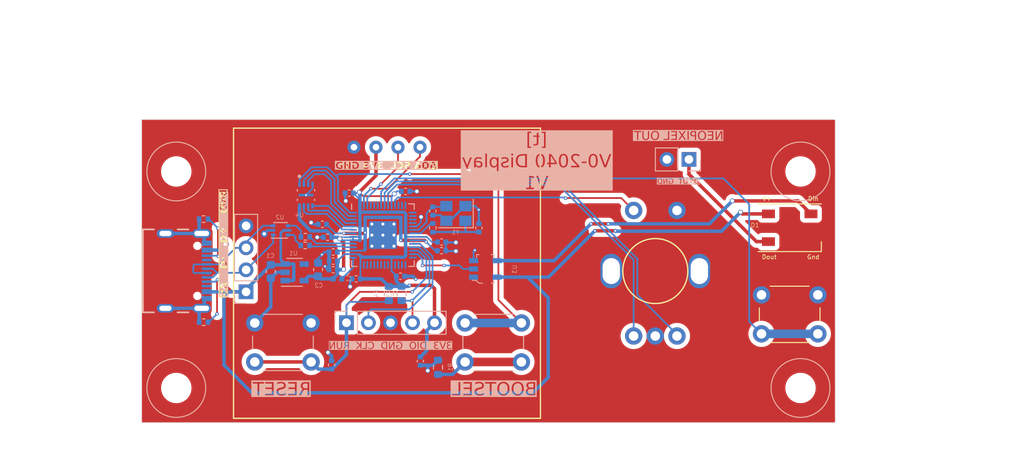
<source format=kicad_pcb>
(kicad_pcb (version 20221018) (generator pcbnew)
  (layers (0 "F.Cu" signal) (31 "B.Cu" signal) (34 "B.Paste" user) (35 "F.Paste" user) (36 "B.SilkS" user "B.Silkscreen") (37 "F.SilkS" user "F.Silkscreen") (38 "B.Mask" user) (39 "F.Mask" user) (44 "Edge.Cuts" user))
  (net 0 "")
  (net 1 "GND")
  (net 2 "VBUS")
  (net 3 "D+")
  (net 4 "D-")
  (net 5 "SDA")
  (net 6 "SCL")
  (net 7 "SWDCLK")
  (net 8 "SWDIO")
  (net 9 "Net-(D1-DOUT)")
  (net 10 "Kill_Switch")
  (net 11 "NeoPixel")
  (net 12 "Net-(D1-DIN)")
  (net 13 "OSC_IN")
  (net 14 "Net-(C4-Pad1)")
  (net 15 "Encoder_Switch")
  (net 16 "Encoder_B")
  (net 17 "Encoder_A")
  (net 18 "RUN")
  (net 19 "3.3V")
  (net 20 "AVDD")
  (net 22 "OSC_OUT")
  (net 23 "QSPI_SS")
  (net 24 "Net-(J4-CC2)")
  (net 25 "OUT_D+")
  (net 26 "OUT_D-")
  (net 27 "QSPI_SD2")
  (net 28 "QSPI_SD1")
  (net 29 "QSPI_SD3")
  (net 30 "QSPI_SCLK")
  (net 31 "QSPI_SD0")
  (net 32 "Net-(J4-CC1)")
  (net 34 "Net-(SW5-B)")
  (net 36 "1.1V")
  (net 61 "Net-(U5-USB_DP)")
  (net 62 "Net-(U5-USB_DM)")
  (footprint "Voron0 2040 display:MountingHole_3.2mm_M3" (layer "F.Cu") (at 161.17 80.65)
    (fp_text reference "H2" hide)
    (fp_text value "MountingHole" hide)
  )
  (footprint "Voron0 2040 display:MountingHole_3.2mm_M3" (layer "F.Cu") (at 161.17 55.65)
    (fp_text reference "H3" hide)
    (fp_text value "MountingHole" hide)
  )
  (footprint "Voron0 2040 display:LED_WS2812B_PLCC4_5.0x5.0mm_P3.2mm" (layer "F.Cu") (at 159.92 62.15)
    (fp_text reference "D1")
    (fp_text value "WS2812B" hide)
  )
  (footprint "Voron0 2040 display:SW_PUSH_6mm" (layer "F.Cu") (at 156.67 69.9)
    (fp_text reference "SW6" hide)
    (fp_text value "Killswitch" hide)
  )
  (footprint "Voron0 2040 display:EN11_Encoder" (layer "F.Cu") (at 144.42 67.15)
    (fp_text reference "SW7" hide)
    (fp_text value "Rotary_Encoder_Switch" hide)
  )
  (footprint "Voron0 2040 display:MountingHole_3.2mm_M3" (layer "F.Cu") (at 89.17 80.65)
    (fp_text reference "H4" hide)
    (fp_text value "MountingHole" hide)
  )
  (footprint "Voron0 2040 display:MountingHole_3.2mm_M3" (layer "F.Cu") (at 89.17 55.65)
    (fp_text reference "H1" hide)
    (fp_text value "MountingHole" hide)
  )
  (footprint "Voron0 2040 display:1pt3in_OLED" (layer "F.Cu") (at 113.47 52.85)
    (fp_text reference "J2" hide)
    (fp_text value "I2C Header 1" hide)
  )
  (footprint "Voron0 2040 display:PinHeader_1x05_P2.54mm_Vertical" (layer "B.Cu") (at 108.795 73.12 -90)
    (fp_text reference "J3" hide)
    (fp_text value "SWD" hide)
  )
  (footprint "Voron0 2040 display:R_0603_1608Metric" (layer "B.Cu") (at 119.36 78.26 90)
    (fp_text reference "R1")
    (fp_text value "1K" hide)
  )
  (footprint "Voron0 2040 display:R_0402_1005Metric" (layer "B.Cu") (at 118.75 62.16 -90)
    (fp_text reference "R2" hide)
    (fp_text value "1k" hide)
  )
  (footprint "Voron0 2040 display:R_0603_1608Metric" (layer "B.Cu") (at 115.15 69.75 -90)
    (fp_text reference "R3")
    (fp_text value "10k" hide)
  )
  (footprint "Voron0 2040 display:SW_PUSH_6mm" (layer "B.Cu") (at 128.975 73.145 180)
    (fp_text reference "SW5" hide)
    (fp_text value "BOOTSEL" hide)
  )
  (footprint "Voron0 2040 display:C_0603_1608Metric" (layer "B.Cu") (at 105.52 66.975 90)
    (fp_text reference "C2")
    (fp_text value "4.7uF" hide)
  )
  (footprint "Voron0 2040 display:C_0402_1005Metric" (layer "B.Cu") (at 118.76 60.22 90)
    (fp_text reference "C3" hide)
    (fp_text value "30pf" hide)
  )
  (footprint "Voron0 2040 display:C_0402_1005Metric" (layer "B.Cu") (at 124.07 62.16 90)
    (fp_text reference "C4" hide)
    (fp_text value "30pf" hide)
  )
  (footprint "Voron0 2040 display:SOT-23-5" (layer "B.Cu") (at 102.82 67.295)
    (fp_text reference "U1")
    (fp_text value "AP2127K-3.3" hide)
  )
  (footprint "Voron0 2040 display:SOT-753" (layer "B.Cu") (at 124.81 66.9 90)
    (fp_text reference "U3")
    (fp_text value "74LVC1G17" hide)
  )
  (footprint "Voron0 2040 display:SOT-666" (layer "B.Cu") (at 101.195 62.45)
    (fp_text reference "U2")
    (fp_text value "USBLC6-2P6" hide)
  )
  (footprint "Voron0 2040 display:PinHeader_1x02_P2.54mm_Vertical" (layer "B.Cu") (at 148.3 54.26 90)
    (fp_text reference "J8" hide)
    (fp_text value "Conn_01x02" hide)
  )
  (footprint "Voron0 2040 display:C_0603_1608Metric" (layer "B.Cu") (at 100.07 67.205 -90)
    (fp_text reference "C1")
    (fp_text value "4.7uF" hide)
  )
  (footprint "Voron0 2040 display:PinHeader_1x04_P2.54mm_Vertical" (layer "B.Cu") (at 97.22 69.55)
    (fp_text reference "J7" hide)
    (fp_text value "USB_Header")
  )
  (footprint "Voron0 2040 display:IC_W25Q16JVUXIQ_TR" (layer "B.Cu") (at 104.13 58.3775 -90)
    (fp_text reference "U4")
    (fp_text value "W25Q16JVUXIQ_TR" hide)
  )
  (footprint "Voron0 2040 display:C_0402_1005Metric" (layer "B.Cu") (at 109.12 58.15 180)
    (fp_text reference "C12" hide)
    (fp_text value "0.1uf" hide)
  )
  (footprint "Voron0 2040 display:R_0402_1005Metric" (layer "B.Cu") (at 92.32 73.05)
    (fp_text reference "R5" hide)
    (fp_text value "5.1K" hide)
  )
  (footprint "Voron0 2040 display:SW_PUSH_6mm" (layer "B.Cu") (at 104.72 73.145 180)
    (fp_text reference "SW1" hide)
    (fp_text value "RESET" hide)
  )
  (footprint "Voron0 2040 display:C_0402_1005Metric" (layer "B.Cu") (at 119.77 63.8)
    (fp_text reference "C11" hide)
    (fp_text value "0.1uf" hide)
  )
  (footprint "Voron0 2040 display:C_0402_1005Metric" (layer "B.Cu") (at 109.92 68.05 180)
    (fp_text reference "C14" hide)
    (fp_text value "0.1uf" hide)
  )
  (footprint "Voron0 2040 display:R_0402_1005Metric" (layer "B.Cu") (at 92.32 61.15 180)
    (fp_text reference "R6" hide)
    (fp_text value "5.1K" hide)
  )
  (footprint "Voron0 2040 display:C_0402_1005Metric" (layer "B.Cu") (at 107.08 77.99 90)
    (fp_text reference "C8" hide)
    (fp_text value "0.1uf" hide)
  )
  (footprint "Voron0 2040 display:C_0402_1005Metric" (layer "B.Cu") (at 107.27 64.95 180)
    (fp_text reference "C9" hide)
    (fp_text value "1uf" hide)
  )
  (footprint "Voron0 2040 display:R_0402_1005Metric" (layer "B.Cu") (at 104.05 63.19 180)
    (fp_text reference "R7" hide)
    (fp_text value "27R" hide)
  )
  (footprint "Voron0 2040 display:C_0402_1005Metric" (layer "B.Cu") (at 117.32 77.55 -90)
    (fp_text reference "C5" hide)
    (fp_text value "0.1uf" hide)
  )
  (footprint "Voron0 2040 display:RP2040-QFN-56" (layer "B.Cu") (at 113 63 -90)
    (fp_text reference "U5")
    (fp_text value "RP2040" hide)
  )
  (footprint "Voron0 2040 display:C_0402_1005Metric" (layer "B.Cu") (at 106.02 61.75 180)
    (fp_text reference "C7" hide)
    (fp_text value "0.1uf" hide)
  )
  (footprint "Voron0 2040 display:L_0402_1005Metric" (layer "B.Cu") (at 107.77 68.05)
    (fp_text reference "L1")
    (fp_text value "120R 100MHZ" hide)
  )
  (footprint "Voron0 2040 display:C_0402_1005Metric" (layer "B.Cu") (at 107.27 66 180)
    (fp_text reference "C16" hide)
    (fp_text value "0.1uf" hide)
  )
  (footprint "Voron0 2040 display:C_0402_1005Metric" (layer "B.Cu") (at 106.62 63.25 180)
    (fp_text reference "C17" hide)
    (fp_text value "0.1uf" hide)
  )
  (footprint "Voron0 2040 display:C_0402_1005Metric" (layer "B.Cu") (at 115.62 57.95)
    (fp_text reference "C13" hide)
    (fp_text value "0.1uf" hide)
  )
  (footprint "Voron0 2040 display:Crystal_SMD_3225-4Pin_3.2x2.5mm" (layer "B.Cu") (at 121.42 60.5 180)
    (fp_text reference "Y1")
    (fp_text value "12Mhz" hide)
  )
  (footprint "Voron0 2040 display:GCT_USB4105-GF-A" (layer "B.Cu") (at 87.92 67.13 90)
    (fp_text reference "J4" hide)
    (fp_text value "USB-TYPE-C-018" hide)
  )
  (footprint "Voron0 2040 display:C_0402_1005Metric" (layer "B.Cu") (at 107.27 67 180)
    (fp_text reference "C10" hide)
    (fp_text value "1uf" hide)
  )
  (footprint "Voron0 2040 display:C_0402_1005Metric" (layer "B.Cu") (at 119.77 64.8)
    (fp_text reference "C6" hide)
    (fp_text value "0.1uf" hide)
  )
  (footprint "Voron0 2040 display:C_0402_1005Metric" (layer "B.Cu") (at 115.02 67.75)
    (fp_text reference "C15" hide)
    (fp_text value "0.1uf" hide)
  )
  (footprint "Voron0 2040 display:R_0603_1608Metric" (layer "B.Cu") (at 113.69 69.75 -90)
    (fp_text reference "R4")
    (fp_text value "10k" hide)
  )
  (footprint "Voron0 2040 display:R_0402_1005Metric" (layer "B.Cu") (at 104.03 64.19)
    (fp_text reference "R8" hide)
    (fp_text value "27R" hide)
  )
  (gr_circle (center 161.17 55.65) (end 163.57 53.25) (stroke (width 0.12)) (fill none) (layer "B.SilkS"))
  (gr_circle (center 89.17 80.65) (end 91.57 78.25) (stroke (width 0.12)) (fill none) (layer "B.SilkS"))
  (gr_circle (center 89.17 55.65) (end 91.57 53.25) (stroke (width 0.12)) (fill none) (layer "B.SilkS"))
  (gr_circle (center 161.17 80.65) (end 163.57 78.25) (stroke (width 0.12)) (fill none) (layer "B.SilkS"))
  (gr_line (start 85.17 84.65) (end 85.17 49.65) (stroke (width 0.05)) (layer "Edge.Cuts"))
  (gr_line (start 85.17 49.65) (end 165.17 49.65) (stroke (width 0.05)) (layer "Edge.Cuts"))
  (gr_line (start 165.17 84.65) (end 85.17 84.65) (stroke (width 0.05)) (layer "Edge.Cuts"))
  (gr_line (start 165.17 49.65) (end 165.17 84.65) (stroke (width 0.05)) (layer "Edge.Cuts"))
  (gr_text "5V    D-    D+    Gnd" (at 94.55 70.1 270) (layer "B.SilkS" knockout) (effects (font (size 0.8 0.8) (thickness 0.16) bold) (justify left mirror)))
  (gr_text "NEOPIXEL OUT" (at 147.12 52.175) (layer "B.SilkS" knockout) (effects (font (size 1 1)) (justify bottom mirror)))
  (gr_text "3V3  DIO  GND  CLK  RUN" (at 113.87 75.81) (layer "B.SilkS" knockout) (effects (font (size 0.8 0.8)) (justify mirror)))
  (gr_text "[t]\nV0-2040 Display\nV1" (at 130.72 54.55) (layer "B.SilkS" knockout) (effects (font (size 1.5 1.5) (thickness 0.2)) (justify mirror)))
  (gr_text "RESET" (at 104.72 80.875) (layer "B.SilkS" knockout) (effects (font (size 1.5 1.5) (thickness 0.3)) (justify left mirror)))
  (gr_text "DOUT  GND" (at 147.07 56.825) (layer "B.SilkS" knockout) (effects (font (size 0.6 0.6)) (justify mirror)))
  (gr_text "SDA SCL  3V3 GND" (at 113.35 55.02) (layer "B.SilkS" knockout) (effects (font (size 0.8 0.8) (thickness 0.1875) bold) (justify mirror)))
  (gr_text "BOOTSEL" (at 125.87 80.875) (layer "B.SilkS" knockout) (effects (font (size 1.5 1.5) (thickness 0.3)) (justify mirror)))
  (gr_text "V+" (at 157.306 58.794) (layer "F.SilkS") (effects (font (size 0.5 0.5) (thickness 0.075))))
  (gr_text "Gnd" (at 162.64 65.525) (layer "F.SilkS") (effects (font (size 0.5 0.5) (thickness 0.075))))
  (gr_text " 5V     D-    D+    Gnd" (at 94.65 70.6 90) (layer "F.SilkS" knockout) (effects (font (size 0.8 0.8) (thickness 0.16) bold) (justify left)))
  (gr_text "Dout" (at 157.56 65.525) (layer "F.SilkS") (effects (font (size 0.5 0.5) (thickness 0.075))))
  (gr_text "Din" (at 162.64 58.794) (layer "F.SilkS") (effects (font (size 0.5 0.5) (thickness 0.075))))
  (gr_text "GND 3V3  SCL SDA" (at 113.38 55.02) (layer "F.SilkS" knockout) (effects (font (size 0.8 0.8) (thickness 0.1875) bold)))
  (segment (start 91.81 71.74) (end 92.1 71.45) (width 0.4) (layer "F.Cu") (net 1))
  (via (at 104.72 61.55) (size 0.55) (drill 0.4) (layers "F.Cu" "B.Cu") (net 1))
  (via (at 118.17 78.65) (size 0.55) (drill 0.4) (layers "F.Cu" "B.Cu") (net 1))
  (via (at 99.32 62.85) (size 0.8) (drill 0.4) (layers "F.Cu" "B.Cu") (net 1))
  (via (at 124.055 60.075) (size 0.4) (drill 0.2) (layers "F.Cu" "B.Cu") (net 1))
  (via (at 123.61 64.75) (size 0.4) (drill 0.2) (layers "F.Cu" "B.Cu") (net 1))
  (via (at 105.97 65.25) (size 0.4) (drill 0.2) (layers "F.Cu" "B.Cu") (net 1))
  (via (at 116.92 57.95) (size 0.55) (drill 0.4) (layers "F.Cu" "B.Cu") (net 1))
  (via (at 117.4 60.9) (size 0.55) (drill 0.4) (layers "F.Cu" "B.Cu") (net 1))
  (via (at 116.786976 68.081875) (size 0.4) (drill 0.2) (layers "F.Cu" "B.Cu") (net 1))
  (via (at 109.22 68.95) (size 0.55) (drill 0.4) (layers "F.Cu" "B.Cu") (net 1))
  (via (at 105.42 63.25) (size 0.55) (drill 0.4) (layers "F.Cu" "B.Cu") (net 1))
  (via (at 108.72 59.05) (size 0.55) (drill 0.4) (layers "F.Cu" "B.Cu") (net 1))
  (via (at 106.67 76.55) (size 0.55) (drill 0.4) (layers "F.Cu" "B.Cu") (net 1))
  (via (at 106.32 66.6) (size 0.4) (drill 0.2) (layers "F.Cu" "B.Cu") (net 1))
  (via (at 121.42 64.85) (size 0.55) (drill 0.4) (layers "F.Cu" "B.Cu") (net 1))
  (via (at 104.13 58.3775) (size 0.4) (drill 0.2) (layers "F.Cu" "B.Cu") (net 1))
  (via (at 121.42 63.85) (size 0.55) (drill 0.4) (layers "F.Cu" "B.Cu") (net 1))
  (segment (start 109.22 68.95) (end 109.22 68.27) (width 0.25) (layer "B.Cu") (net 1))
  (segment (start 116.455101 67.75) (end 116.786976 68.081875) (width 0.4) (layer "B.Cu") (net 1))
  (segment (start 122.52 59.65) (end 123.63 59.65) (width 0.25) (layer "B.Cu") (net 1))
  (segment (start 92.1 62.81) (end 87.64 62.81) (width 0.4) (layer "B.Cu") (net 1))
  (segment (start 91.81 62.52) (end 92.1 62.81) (width 0.4) (layer "B.Cu") (net 1))
  (segment (start 104.92 61.75) (end 104.72 61.55) (width 0.25) (layer "B.Cu") (net 1))
  (segment (start 117.32 78.03) (end 118.17 78.03) (width 0.4) (layer "B.Cu") (net 1))
  (segment (start 120.25 63.8) (end 120.3 63.85) (width 0.25) (layer "B.Cu") (net 1))
  (segment (start 106.79 67) (end 106.79 64.95) (width 0.4) (layer "B.Cu") (net 1))
  (segment (start 99.72 62.45) (end 99.32 62.85) (width 0.3) (layer "B.Cu") (net 1))
  (segment (start 108.64 58.97) (end 108.72 59.05) (width 0.25) (layer "B.Cu") (net 1))
  (segment (start 92.395 70.33) (end 92.395 71.155) (width 0.4) (layer "B.Cu") (net 1))
  (segment (start 123.46 64.9) (end 123.61 64.75) (width 0.2) (layer "B.Cu") (net 1))
  (segment (start 104.88 57.1275) (end 104.88 57.6275) (width 0.2) (layer "B.Cu") (net 1))
  (segment (start 120.32 61.35) (end 120.735 61.35) (width 0.25) (layer "B.Cu") (net 1))
  (segment (start 100.07 67.98) (end 100.07 71.295) (width 0.4) (layer "B.Cu") (net 1))
  (segment (start 116.899264 62) (end 117.4 61.499264) (width 0.2) (layer "B.Cu") (net 1))
  (segment (start 91.81 71.74) (end 92.1 71.45) (width 0.4) (layer "B.Cu") (net 1))
  (segment (start 106.27 64.95) (end 105.97 65.25) (width 0.25) (layer "B.Cu") (net 1))
  (segment (start 92.395 71.155) (end 92.1 71.45) (width 0.4) (layer "B.Cu") (net 1))
  (segment (start 118.76 60.7) (end 119.67 60.7) (width 0.25) (layer "B.Cu") (net 1))
  (segment (start 92.1 71.45) (end 87.64 71.45) (width 0.4) (layer "B.Cu") (net 1))
  (segment (start 124.055 60.075) (end 124.07 60.09) (width 0.25) (layer "B.Cu") (net 1))
  (segment (start 106.79 67) (end 106.72 67) (width 0.4) (layer "B.Cu") (net 1))
  (segment (start 124.07 60.09) (end 124.07 61.68) (width 0.25) (layer "B.Cu") (net 1))
  (segment (start 106.14 63.25) (end 105.42 63.25) (width 0.25) (layer "B.Cu") (net 1))
  (segment (start 120.3 63.85) (end 121.42 63.85) (width 0.25) (layer "B.Cu") (net 1))
  (segment (start 117.4 61.499264) (end 117.4 60.9) (width 0.2) (layer "B.Cu") (net 1))
  (segment (start 118.17 78.03) (end 118.765 78.03) (width 0.4) (layer "B.Cu") (net 1))
  (segment (start 107.08 76.96) (end 106.67 76.55) (width 0.4) (layer "B.Cu") (net 1))
  (segment (start 100.755 67.295) (end 100.07 67.98) (width 0.4) (layer "B.Cu") (net 1))
  (segment (start 119.67 60.7) (end 120.32 61.35) (width 0.25) (layer "B.Cu") (net 1))
  (segment (start 118.765 78.03) (end 119.36 77.435) (width 0.4) (layer "B.Cu") (net 1))
  (segment (start 109.22 68.27) (end 109.44 68.05) (width 0.25) (layer "B.Cu") (net 1))
  (segment (start 115.5 67.75) (end 116.455101 67.75) (width 0.4) (layer "B.Cu") (net 1))
  (segment (start 105.52 66.2) (end 105.52 65.7) (width 0.25) (layer "B.Cu") (net 1))
  (segment (start 92.395 63.105) (end 92.1 62.81) (width 0.4) (layer "B.Cu") (net 1))
  (segment (start 108.64 58.15) (end 108.64 58.97) (width 0.25) (layer "B.Cu") (net 1))
  (segment (start 116.1 57.95) (end 116.92 57.95) (width 0.25) (layer "B.Cu") (net 1))
  (segment (start 120.3 64.85) (end 121.42 64.85) (width 0.25) (layer "B.Cu") (net 1))
  (segment (start 120.25 64.8) (end 120.3 64.85) (width 0.25) (layer "B.Cu") (net 1))
  (segment (start 91.81 61.15) (end 91.81 62.52) (width 0.4) (layer "B.Cu") (net 1))
  (segment (start 92.395 63.93) (end 92.395 63.105) (width 0.4) (layer "B.Cu") (net 1))
  (segment (start 118.17 78.03) (end 118.17 78.65) (width 0.4) (layer "B.Cu") (net 1))
  (segment (start 105.52 65.7) (end 105.97 65.25) (width 0.25) (layer "B.Cu") (net 1))
  (segment (start 104.88 57.6275) (end 104.13 58.3775) (width 0.2) (layer "B.Cu") (net 1))
  (segment (start 100.27 62.45) (end 99.72 62.45) (width 0.3) (layer "B.Cu") (net 1))
  (segment (start 116.4375 62) (end 116.899264 62) (width 0.2) (layer "B.Cu") (net 1))
  (segment (start 105.54 61.75) (end 104.92 61.75) (width 0.25) (layer "B.Cu") (net 1))
  (segment (start 123.46 65.95) (end 123.46 64.9) (width 0.2) (layer "B.Cu") (net 1))
  (segment (start 120.735 61.35) (end 122.435 59.65) (width 0.25) (layer "B.Cu") (net 1))
  (segment (start 120.25 64.8) (end 120.25 63.8) (width 0.25) (layer "B.Cu") (net 1))
  (segment (start 122.435 59.65) (end 122.52 59.65) (width 0.25) (layer "B.Cu") (net 1))
  (segment (start 101.72 67.295) (end 100.755 67.295) (width 0.4) (layer "B.Cu") (net 1))
  (segment (start 91.81 73.05) (end 91.81 71.74) (width 0.4) (layer "B.Cu") (net 1))
  (segment (start 123.63 59.65) (end 124.055 60.075) (width 0.25) (layer "B.Cu") (net 1))
  (segment (start 106.79 64.95) (end 106.27 64.95) (width 0.25) (layer "B.Cu") (net 1))
  (segment (start 100.07 71.295) (end 98.22 73.145) (width 0.4) (layer "B.Cu") (net 1))
  (segment (start 107.08 77.51) (end 107.08 76.96) (width 0.4) (layer "B.Cu") (net 1))
  (segment (start 106.72 67) (end 106.32 66.6) (width 0.4) (layer "B.Cu") (net 1))
  (segment (start 137.450001 62.499999) (end 137.450002 62.5) (width 0.4) (layer "F.Cu") (net 2))
  (segment (start 154.45 60.55) (end 154.25 60.35) (width 0.4) (layer "F.Cu") (net 2))
  (segment (start 157.47 60.55) (end 154.45 60.55) (width 0.4) (layer "F.Cu") (net 2))
  (segment (start 95.52 69.55) (end 97.22 69.55) (width 0.4) (layer "F.Cu") (net 2))
  (segment (start 94.82 64.05) (end 94.82 68.85) (width 0.4) (layer "F.Cu") (net 2))
  (segment (start 94.82 68.85) (end 95.52 69.55) (width 0.4) (layer "F.Cu") (net 2))
  (segment (start 137.450002 62.5) (end 139.8 62.5) (width 0.4) (layer "F.Cu") (net 2))
  (via (at 139.8 62.5) (size 0.4) (drill 0.2) (layers "F.Cu" "B.Cu") (net 2))
  (via (at 137.450001 62.499999) (size 0.4) (drill 0.2) (layers "F.Cu" "B.Cu") (net 2))
  (via (at 154.25 60.35) (size 0.55) (drill 0.4) (layers "F.Cu" "B.Cu") (net 2))
  (via (at 94.82 64.05) (size 0.8) (drill 0.4) (layers "F.Cu" "B.Cu") (net 2))
  (segment (start 94.14 64.73) (end 92.395 64.73) (width 0.4) (layer "B.Cu") (net 2))
  (segment (start 130.29 81.21) (end 132.07 79.43) (width 0.4) (layer "B.Cu") (net 2))
  (segment (start 132.07 79.43) (end 132.07 70.23) (width 0.4) (layer "B.Cu") (net 2))
  (segment (start 139.85 62.55) (end 139.8 62.5) (width 0.4) (layer "B.Cu") (net 2))
  (segment (start 102.65 68.245) (end 101.72 68.245) (width 0.4) (layer "B.Cu") (net 2))
  (segment (start 97.88 81.21) (end 130.29 81.21) (width 0.4) (layer "B.Cu") (net 2))
  (segment (start 97.22 69.55) (end 95.72 69.55) (width 0.4) (layer "B.Cu") (net 2))
  (segment (start 129.69 67.85) (end 128.24 67.85) (width 0.4) (layer "B.Cu") (net 2))
  (segment (start 95.22 69.55) (end 94.67 70.1) (width 0.4) (layer "B.Cu") (net 2))
  (segment (start 101.52 62.45) (end 101.22 62.75) (width 0.3) (layer "B.Cu") (net 2))
  (segment (start 102.715 66.345) (end 102.715 68.18) (width 0.4) (layer "B.Cu") (net 2))
  (segment (start 102.12 62.45) (end 101.52 62.45) (width 0.3) (layer "B.Cu") (net 2))
  (segment (start 101.22 62.75) (end 101.22 65.845) (width 0.3) (layer "B.Cu") (net 2))
  (segment (start 102.715 68.18) (end 102.65 68.245) (width 0.4) (layer "B.Cu") (net 2))
  (segment (start 94.67 70.1) (end 94.67 78) (width 0.4) (layer "B.Cu") (net 2))
  (segment (start 132.07 70.23) (end 129.69 67.85) (width 0.4) (layer "B.Cu") (net 2))
  (segment (start 100.07 66.43) (end 97.22 69.28) (width 0.4) (layer "B.Cu") (net 2))
  (segment (start 95.72 69.55) (end 95.22 69.55) (width 0.4) (layer "B.Cu") (net 2))
  (segment (start 128.24 67.85) (end 126.16 67.85) (width 0.4) (layer "B.Cu") (net 2))
  (segment (start 101.635 66.43) (end 101.72 66.345) (width 0.4) (layer "B.Cu") (net 2))
  (segment (start 100.07 66.43) (end 101.635 66.43) (width 0.4) (layer "B.Cu") (net 2))
  (segment (start 94.82 64.05) (end 94.14 64.73) (width 0.4) (layer "B.Cu") (net 2))
  (segment (start 129.69 67.85) (end 132.1 67.85) (width 0.4) (layer "B.Cu") (net 2))
  (segment (start 154.25 60.35) (end 152.05 62.55) (width 0.4) (layer "B.Cu") (net 2))
  (segment (start 97.22 69.28) (end 97.22 69.55) (width 0.4) (layer "B.Cu") (net 2))
  (segment (start 94.67 78) (end 97.88 81.21) (width 0.4) (layer "B.Cu") (net 2))
  (segment (start 101.72 66.345) (end 102.715 66.345) (width 0.4) (layer "B.Cu") (net 2))
  (segment (start 132.1 67.85) (end 137.450001 62.499999) (width 0.4) (layer "B.Cu") (net 2))
  (segment (start 92.415 69.55) (end 95.72 69.55) (width 0.4) (layer "B.Cu") (net 2))
  (segment (start 152.05 62.55) (end 139.85 62.55) (width 0.4) (layer "B.Cu") (net 2))
  (segment (start 101.22 65.845) (end 101.72 66.345) (width 0.3) (layer "B.Cu") (net 2))
  (segment (start 92.395 66.38) (end 94.11 66.38) (width 0.2) (layer "B.Cu") (net 3))
  (segment (start 100.345 61.9125) (end 99.1575 61.9125) (width 0.2) (layer "B.Cu") (net 3))
  (segment (start 91.12 66.55) (end 91.29 66.38) (width 0.2) (layer "B.Cu") (net 3))
  (segment (start 94.11 66.38) (end 96.02 64.47) (width 0.2) (layer "B.Cu") (net 3))
  (segment (start 91.25 67.38) (end 91.12 67.25) (width 0.2) (layer "B.Cu") (net 3))
  (segment (start 92.395 67.38) (end 91.25 67.38) (width 0.2) (layer "B.Cu") (net 3))
  (segment (start 97.22 63.85) (end 97.22 64.47) (width 0.2) (layer "B.Cu") (net 3))
  (segment (start 96.02 64.47) (end 97.22 64.47) (width 0.2) (layer "B.Cu") (net 3))
  (segment (start 91.12 67.25) (end 91.12 66.55) (width 0.2) (layer "B.Cu") (net 3))
  (segment (start 91.29 66.38) (end 92.395 66.38) (width 0.2) (layer "B.Cu") (net 3))
  (segment (start 99.1575 61.9125) (end 97.22 63.85) (width 0.2) (layer "B.Cu") (net 3))
  (segment (start 92.395 66.88) (end 93.4 66.88) (width 0.2) (layer "B.Cu") (net 4))
  (segment (start 96.88 67.35) (end 93.912893 67.35) (width 0.2) (layer "B.Cu") (net 4))
  (segment (start 100.345 63.885) (end 97.22 67.01) (width 0.2) (layer "B.Cu") (net 4))
  (segment (start 100.345 62.9875) (end 100.345 63.885) (width 0.2) (layer "B.Cu") (net 4))
  (segment (start 97.22 67.01) (end 96.88 67.35) (width 0.2) (layer "B.Cu") (net 4))
  (segment (start 93.4 66.88) (end 93.891446 67.371447) (width 0.2) (layer "B.Cu") (net 4))
  (segment (start 93.382893 67.88) (end 92.395 67.88) (width 0.2) (layer "B.Cu") (net 4))
  (segment (start 93.891446 67.371447) (end 93.382893 67.88) (width 0.2) (layer "B.Cu") (net 4))
  (segment (start 113.56763 57.64) (end 111.62 57.64) (width 0.2) (layer "F.Cu") (net 5))
  (segment (start 117.28 53.92763) (end 113.56763 57.64) (width 0.2) (layer "F.Cu") (net 5))
  (segment (start 117.28 52.85) (end 117.28 53.92763) (width 0.2) (layer "F.Cu") (net 5))
  (via (at 111.62 57.64) (size 0.4) (drill 0.2) (layers "F.Cu" "B.Cu") (net 5))
  (segment (start 110.8 58.46) (end 111.62 57.64) (width 0.2) (layer "B.Cu") (net 5))
  (segment (start 110.8 59.5625) (end 110.8 58.46) (width 0.2) (layer "B.Cu") (net 5))
  (segment (start 112.767676 57.117676) (end 114.74 55.145352) (width 0.2) (layer "F.Cu") (net 6))
  (segment (start 114.74 55.145352) (end 114.74 52.85) (width 0.2) (layer "F.Cu") (net 6))
  (via (at 112.767676 57.117676) (size 0.4) (drill 0.2) (layers "F.Cu" "B.Cu") (net 6))
  (segment (start 111.2 58.695689) (end 111.2 59.5625) (width 0.2) (layer "B.Cu") (net 6))
  (segment (start 112.767676 57.117676) (end 112.767676 57.128013) (width 0.2) (layer "B.Cu") (net 6))
  (segment (start 112.767676 57.128013) (end 111.2 58.695689) (width 0.2) (layer "B.Cu") (net 6))
  (segment (start 116.4375 64) (end 117.27 64) (width 0.2) (layer "B.Cu") (net 7))
  (segment (start 118.72 68.925685) (end 116.075685 71.57) (width 0.2) (layer "B.Cu") (net 7))
  (segment (start 111.67 71.57) (end 111.335 71.905) (width 0.2) (layer "B.Cu") (net 7))
  (segment (start 111.335 71.905) (end 111.335 73.12) (width 0.2) (layer "B.Cu") (net 7))
  (segment (start 117.27 64) (end 118.72 65.45) (width 0.2) (layer "B.Cu") (net 7))
  (segment (start 118.72 65.45) (end 118.72 68.925685) (width 0.2) (layer "B.Cu") (net 7))
  (segment (start 116.075685 71.57) (end 111.67 71.57) (width 0.2) (layer "B.Cu") (net 7))
  (segment (start 116.415 70.645) (end 116.415 73.12) (width 0.2) (layer "F.Cu") (net 8))
  (segment (start 116.33 70.56) (end 116.415 70.645) (width 0.2) (layer "F.Cu") (net 8))
  (via (at 116.33 70.56) (size 0.4) (drill 0.2) (layers "F.Cu" "B.Cu") (net 8))
  (segment (start 118.370499 65.594769) (end 117.17573 64.4) (width 0.2) (layer "B.Cu") (net 8))
  (segment (start 116.33 70.56) (end 116.366061 70.56) (width 0.2) (layer "B.Cu") (net 8))
  (segment (start 118.370499 68.555562) (end 118.370499 65.594769) (width 0.2) (layer "B.Cu") (net 8))
  (segment (start 116.33 70.56) (end 116.315 70.575) (width 0.2) (layer "B.Cu") (net 8))
  (segment (start 117.17573 64.4) (end 116.4375 64.4) (width 0.2) (layer "B.Cu") (net 8))
  (segment (start 116.366061 70.56) (end 118.370499 68.555562) (width 0.2) (layer "B.Cu") (net 8))
  (segment (start 116.315 70.575) (end 115.15 70.575) (width 0.2) (layer "B.Cu") (net 8))
  (segment (start 157.47 63.75) (end 156.09 63.75) (width 0.4) (layer "F.Cu") (net 9))
  (segment (start 148.3 55.96) (end 148.3 54.26) (width 0.4) (layer "F.Cu") (net 9))
  (segment (start 156.09 63.75) (end 148.3 55.96) (width 0.4) (layer "F.Cu") (net 9))
  (segment (start 155.25 59.43) (end 155.25 72.98) (width 0.2) (layer "B.Cu") (net 10))
  (segment (start 152.27 56.45) (end 155.25 59.43) (width 0.2) (layer "B.Cu") (net 10))
  (segment (start 163.17 74.4) (end 156.67 74.4) (width 1) (layer "B.Cu") (net 10))
  (segment (start 112.8 57.971417) (end 114.321417 56.45) (width 0.2) (layer "B.Cu") (net 10))
  (segment (start 112.8 59.5625) (end 112.8 57.971417) (width 0.2) (layer "B.Cu") (net 10))
  (segment (start 114.321417 56.45) (end 152.27 56.45) (width 0.2) (layer "B.Cu") (net 10))
  (segment (start 155.25 72.98) (end 156.67 74.4) (width 0.2) (layer "B.Cu") (net 10))
  (segment (start 120.05 66.5) (end 117.571498 66.5) (width 0.2) (layer "F.Cu") (net 11))
  (via (at 117.571498 66.5) (size 0.4) (drill 0.2) (layers "F.Cu" "B.Cu") (net 11))
  (via (at 120.05 66.5) (size 0.4) (drill 0.2) (layers "F.Cu" "B.Cu") (net 11))
  (segment (start 117.571498 65.784308) (end 117.571498 66.5) (width 0.2) (layer "B.Cu") (net 11))
  (segment (start 116.98719 65.2) (end 117.571498 65.784308) (width 0.2) (layer "B.Cu") (net 11))
  (segment (start 121.84 66.5) (end 122.24 66.9) (width 0.2) (layer "B.Cu") (net 11))
  (segment (start 116.4375 65.2) (end 116.98719 65.2) (width 0.2) (layer "B.Cu") (net 11))
  (segment (start 120.05 66.5) (end 121.84 66.5) (width 0.2) (layer "B.Cu") (net 11))
  (segment (start 122.24 66.9) (end 123.46 66.9) (width 0.2) (layer "B.Cu") (net 11))
  (segment (start 162.37 60.55) (end 160.87 59.05) (width 0.4) (layer "F.Cu") (net 12))
  (segment (start 160.87 59.05) (end 153.3 59.05) (width 0.4) (layer "F.Cu") (net 12))
  (segment (start 137 61.7) (end 139 61.7) (width 0.4) (layer "F.Cu") (net 12))
  (via (at 139 61.7) (size 0.4) (drill 0.2) (layers "F.Cu" "B.Cu") (net 12))
  (via (at 153.3 59.05) (size 0.55) (drill 0.4) (layers "F.Cu" "B.Cu") (net 12))
  (via (at 137 61.7) (size 0.4) (drill 0.2) (layers "F.Cu" "B.Cu") (net 12))
  (segment (start 132.75 65.95) (end 137 61.7) (width 0.4) (layer "B.Cu") (net 12))
  (segment (start 127.389999 65.95) (end 132.75 65.95) (width 0.4) (layer "B.Cu") (net 12))
  (segment (start 153.3 59.05) (end 150.65 61.7) (width 0.4) (layer "B.Cu") (net 12))
  (segment (start 150.65 61.7) (end 139 61.7) (width 0.4) (layer "B.Cu") (net 12))
  (segment (start 126.16 65.95) (end 127.389999 65.95) (width 0.4) (layer "B.Cu") (net 12))
  (segment (start 116.4375 62.4) (end 117.116876 62.4) (width 0.2) (layer "B.Cu") (net 13))
  (segment (start 118.76 59.74) (end 120.23 59.74) (width 0.2) (layer "B.Cu") (net 13))
  (segment (start 120.23 59.74) (end 120.32 59.65) (width 0.2) (layer "B.Cu") (net 13))
  (segment (start 117.116876 62.4) (end 118.05 61.466876) (width 0.2) (layer "B.Cu") (net 13))
  (segment (start 118.05 61.466876) (end 118.05 60.45) (width 0.2) (layer "B.Cu") (net 13))
  (segment (start 118.05 60.45) (end 118.76 59.74) (width 0.2) (layer "B.Cu") (net 13))
  (segment (start 122.52 61.35) (end 122.52 62.61) (width 0.25) (layer "B.Cu") (net 14))
  (segment (start 124.07 62.64) (end 122.49 62.64) (width 0.25) (layer "B.Cu") (net 14))
  (segment (start 122.49 62.64) (end 118.78 62.64) (width 0.25) (layer "B.Cu") (net 14))
  (segment (start 122.52 62.61) (end 122.49 62.64) (width 0.25) (layer "B.Cu") (net 14))
  (segment (start 134.099477 58.720523) (end 140.490523 58.720523) (width 0.2) (layer "F.Cu") (net 15))
  (segment (start 140.490523 58.720523) (end 141.92 60.15) (width 0.2) (layer "F.Cu") (net 15))
  (segment (start 134.0818 58.7382) (end 134.099477 58.720523) (width 0.2) (layer "F.Cu") (net 15))
  (via (at 134.0818 58.7382) (size 0.4) (drill 0.2) (layers "F.Cu" "B.Cu") (net 15))
  (segment (start 134.0818 58.7382) (end 133.9936 58.65) (width 0.2) (layer "B.Cu") (net 15))
  (segment (start 114.4 58.97) (end 114.4 59.5625) (width 0.2) (layer "B.Cu") (net 15))
  (segment (start 114.72 58.65) (end 114.4 58.97) (width 0.2) (layer "B.Cu") (net 15))
  (segment (start 133.9936 58.65) (end 114.72 58.65) (width 0.2) (layer "B.Cu") (net 15))
  (segment (start 146.92 74.47) (end 146.92 74.65) (width 0.2) (layer "B.Cu") (net 16))
  (segment (start 114.501248 56.800499) (end 133.416184 56.800499) (width 0.2) (layer "B.Cu") (net 16))
  (segment (start 133.416184 56.800499) (end 142.35 65.734315) (width 0.2) (layer "B.Cu") (net 16))
  (segment (start 142.35 69.9) (end 146.92 74.47) (width 0.2) (layer "B.Cu") (net 16))
  (segment (start 113.2 58.101747) (end 114.501248 56.800499) (width 0.2) (layer "B.Cu") (net 16))
  (segment (start 142.35 65.734315) (end 142.35 69.9) (width 0.2) (layer "B.Cu") (net 16))
  (segment (start 113.2 59.5625) (end 113.2 58.101747) (width 0.2) (layer "B.Cu") (net 16))
  (segment (start 133.2 57.15) (end 141.92 65.87) (width 0.2) (layer "B.Cu") (net 17))
  (segment (start 114.646016 57.15) (end 133.2 57.15) (width 0.2) (layer "B.Cu") (net 17))
  (segment (start 113.6 58.196016) (end 114.646016 57.15) (width 0.2) (layer "B.Cu") (net 17))
  (segment (start 113.6 59.5625) (end 113.6 58.196016) (width 0.2) (layer "B.Cu") (net 17))
  (segment (start 141.92 65.87) (end 141.92 74.65) (width 0.2) (layer "B.Cu") (net 17))
  (segment (start 108.795 73.12) (end 108.795 71.091809) (width 0.2) (layer "F.Cu") (net 18))
  (segment (start 110.336809 69.55) (end 116.37 69.55) (width 0.2) (layer "F.Cu") (net 18))
  (segment (start 108.795 71.091809) (end 110.336809 69.55) (width 0.2) (layer "F.Cu") (net 18))
  (segment (start 98.22 77.645) (end 104.72 77.645) (width 0.4) (layer "F.Cu") (net 18))
  (via (at 116.37 69.55) (size 0.4) (drill 0.2) (layers "F.Cu" "B.Cu") (net 18))
  (segment (start 108.795 76.797965) (end 108.795 73.12) (width 0.4) (layer "B.Cu") (net 18))
  (segment (start 108.79 71.1) (end 108.795 71.105) (width 0.2) (layer "B.Cu") (net 18))
  (segment (start 108.795 71.105) (end 108.795 73.12) (width 0.2) (layer "B.Cu") (net 18))
  (segment (start 107.08 78.47) (end 107.122965 78.47) (width 0.4) (layer "B.Cu") (net 18))
  (segment (start 117.08146 64.8) (end 118.020998 65.739538) (width 0.2) (layer "B.Cu") (net 18))
  (segment (start 107.122965 78.47) (end 108.795 76.797965) (width 0.4) (layer "B.Cu") (net 18))
  (segment (start 118.020998 67.899002) (end 116.37 69.55) (width 0.2) (layer "B.Cu") (net 18))
  (segment (start 113.56 70.705) (end 109.185 70.705) (width 0.2) (layer "B.Cu") (net 18))
  (segment (start 105.545 78.47) (end 107.08 78.47) (width 0.4) (layer "B.Cu") (net 18))
  (segment (start 113.69 70.575) (end 113.56 70.705) (width 0.2) (layer "B.Cu") (net 18))
  (segment (start 109.185 70.705) (end 108.79 71.1) (width 0.2) (layer "B.Cu") (net 18))
  (segment (start 104.72 77.645) (end 105.545 78.47) (width 0.4) (layer "B.Cu") (net 18))
  (segment (start 116.4375 64.8) (end 117.08146 64.8) (width 0.2) (layer "B.Cu") (net 18))
  (segment (start 118.020998 65.739538) (end 118.020998 67.899002) (width 0.2) (layer "B.Cu") (net 18))
  (segment (start 118.955 73.12) (end 118.955 69.185) (width 0.4) (layer "F.Cu") (net 19))
  (segment (start 108.47 66.95) (end 108.47 63.861548) (width 0.4) (layer "F.Cu") (net 19))
  (segment (start 118.955 69.185) (end 118.57 68.8) (width 0.4) (layer "F.Cu") (net 19))
  (segment (start 108.47 63.861548) (end 108.032823 63.424371) (width 0.4) (layer "F.Cu") (net 19))
  (segment (start 110.72 58.5) (end 110.27 58.05) (width 0.2) (layer "F.Cu") (net 19))
  (segment (start 112.2 52.85) (end 112.2 56.12) (width 0.4) (layer "F.Cu") (net 19))
  (segment (start 118.57 68.8) (end 116.069998 68.8) (width 0.4) (layer "F.Cu") (net 19))
  (segment (start 112.2 56.12) (end 110.27 58.05) (width 0.4) (layer "F.Cu") (net 19))
  (segment (start 114.037772 58.5) (end 110.72 58.5) (width 0.2) (layer "F.Cu") (net 19))
  (segment (start 114.303886 58.233886) (end 114.037772 58.5) (width 0.2) (layer "F.Cu") (net 19))
  (via (at 116.069998 68.8) (size 0.4) (drill 0.2) (layers "F.Cu" "B.Cu") (net 19))
  (via (at 114.303886 58.233886) (size 0.55) (drill 0.4) (layers "F.Cu" "B.Cu") (net 19))
  (via (at 108.032823 63.424371) (size 0.55) (drill 0.4) (layers "F.Cu" "B.Cu") (net 19))
  (via (at 110.27 58.05) (size 0.55) (drill 0.4) (layers "F.Cu" "B.Cu") (net 19))
  (via (at 108.47 66.95) (size 0.55) (drill 0.4) (layers "F.Cu" "B.Cu") (net 19))
  (segment (start 108.207194 63.25) (end 108.032823 63.424371) (width 0.2) (layer "B.Cu") (net 19))
  (segment (start 110.4 66.4375) (end 110.4 68.05) (width 0.2) (layer "B.Cu") (net 19))
  (segment (start 109.6 58.15) (end 110.17 58.15) (width 0.2) (layer "B.Cu") (net 19))
  (segment (start 106.52 62.515) (end 107.1 63.095) (width 0.4) (layer "B.Cu") (net 19))
  (segment (start 107.1 63.095) (end 107.1 63.25) (width 0.4) (layer "B.Cu") (net 19))
  (segment (start 110.4 66.4375) (end 110.4 65.72573) (width 0.2) (layer "B.Cu") (net 19))
  (segment (start 103.38 61.21) (end 104.685 62.515) (width 0.4) (layer "B.Cu") (net 19))
  (segment (start 113.97 65.55) (end 115.42 65.55) (width 0.4) (layer "B.Cu") (net 19))
  (segment (start 107.285 67.996429) (end 107.285 68.05) (width 0.4) (layer "B.Cu") (net 19))
  (segment (start 117.32 77.07) (end 118.07 76.32) (width 0.4) (layer "B.Cu") (net 19))
  (segment (start 110.4 65.72573) (end 110.57573 65.55) (width 0.2) (layer "B.Cu") (net 19))
  (segment (start 116.4375 63.2) (end 118.05 63.2) (width 0.2) (layer "B.Cu") (net 19))
  (segment (start 110.17 58.15) (end 110.27 58.05) (width 0.2) (layer "B.Cu") (net 19))
  (segment (start 110.35 58.13) (end 110.35 60.35) (width 0.4) (layer "B.Cu") (net 19))
  (segment (start 115.15 68.925) (end 113.69 68.925) (width 0.4) (layer "B.Cu") (net 19))
  (segment (start 104.415 67.75) (end 103.92 68.245) (width 0.4) (layer "B.Cu") (net 19))
  (segment (start 104.685 62.515) (end 106.52 62.515) (width 0.4) (layer "B.Cu") (net 19))
  (segment (start 108.208452 63.6) (end 108.032823 63.424371) (width 0.2) (layer "B.Cu") (net 19))
  (segment (start 107.285 68.05) (end 105.82 68.05) (width 0.4) (layer "B.Cu") (net 19))
  (segment (start 110.32573 65.3) (end 110.22573 65.2) (width 0.2) (layer "B.Cu") (net 19))
  (segment (start 109.5625 63.2) (end 109.5125 63.25) (width 0.2) (layer "B.Cu") (net 19))
  (segment (start 114 58.537772) (end 114.303886 58.233886) (width 0.2) (layer "B.Cu") (net 19))
  (segment (start 105.52 67.75) (end 104.415 67.75) (width 0.4) (layer "B.Cu") (net 19))
  (segment (start 107.75 67) (end 107.75 67.531429) (width 0.4) (layer "B.Cu") (net 19))
  (segment (start 110.27 58.05) (end 110.35 58.13) (width 0.4) (layer "B.Cu") (net 19))
  (segment (start 115.42 65.55) (end 115.62 65.35) (width 0.4) (layer "B.Cu") (net 19))
  (segment (start 114 66.4375) (end 114 67.15) (width 0.2) (layer "B.Cu") (net 19))
  (segment (start 114.54 67.69) (end 114.54 67.75) (width 0.2) (layer "B.Cu") (net 19))
  (segment (start 115.62 65.35) (end 115.62 63.2) (width 0.4) (layer "B.Cu") (net 19))
  (segment (start 114 66.4375) (end 114 65.58) (width 0.2) (layer "B.Cu") (net 19))
  (segment (start 109.5625 63.2) (end 109.5625 63.6) (width 0.2) (layer "B.Cu") (net 19))
  (segment (start 110.22573 65.2) (end 109.5625 65.2) (width 0.2) (layer "B.Cu") (net 19))
  (segment (start 108.42 67) (end 108.47 66.95) (width 0.4) (layer "B.Cu") (net 19))
  (segment (start 114.303886 58.233886) (end 114.587772 57.95) (width 0.2) (layer "B.Cu") (net 19))
  (segment (start 107.1 63.25) (end 107.858452 63.25) (width 0.4) (layer "B.Cu") (net 19))
  (segment (start 109.5625 63.6) (end 110.35 63.6) (width 0.2) (layer "B.Cu") (net 19))
  (segment (start 110.57573 65.55) (end 113.97 65.55) (width 0.4) (layer "B.Cu") (net 19))
  (segment (start 109.5625 65.2) (end 108.55 65.2) (width 0.2) (layer "B.Cu") (net 19))
  (segment (start 118.07 76.32) (end 118.07 74.005) (width 0.4) (layer "B.Cu") (net 19))
  (segment (start 118.07 74.005) (end 118.955 73.12) (width 0.4) (layer "B.Cu") (net 19))
  (segment (start 114 67.15) (end 114.54 67.69) (width 0.2) (layer "B.Cu") (net 19))
  (segment (start 115.15 68.925) (end 114.54 68.315) (width 0.4) (layer "B.Cu") (net 19))
  (segment (start 109.5625 63.6) (end 108.208452 63.6) (width 0.2) (layer "B.Cu") (net 19))
  (segment (start 114.587772 57.95) (end 115.14 57.95) (width 0.2) (layer "B.Cu") (net 19))
  (segment (start 105.82 68.05) (end 105.52 67.75) (width 0.4) (layer "B.Cu") (net 19))
  (segment (start 115.15 68.925) (end 115.945 68.925) (width 0.4) (layer "B.Cu") (net 19))
  (segment (start 110.35 60.35) (end 110.35 63.6) (width 0.4) (layer "B.Cu") (net 19))
  (segment (start 109.5625 63.2) (end 110.35 63.2) (width 0.2) (layer "B.Cu") (net 19))
  (segment (start 114.54 68.315) (end 114.54 67.75) (width 0.4) (layer "B.Cu") (net 19))
  (segment (start 112.815 68.05) (end 113.69 68.925) (width 0.4) (layer "B.Cu") (net 19))
  (segment (start 110.4 68.05) (end 112.815 68.05) (width 0.4) (layer "B.Cu") (net 19))
  (segment (start 115.42 60.35) (end 110.35 60.35) (width 0.4) (layer "B.Cu") (net 19))
  (segment (start 116.4375 63.2) (end 115.62 63.2) (width 0.2) (layer "B.Cu") (net 19))
  (segment (start 110.4 58.95) (end 109.6 58.15) (width 0.2) (layer "B.Cu") (net 19))
  (segment (start 110.4 59.5625) (end 110.4 58.95) (width 0.2) (layer "B.Cu") (net 19))
  (segment (start 103.38 59.6275) (end 103.38 61.21) (width 0.4) (layer "B.Cu") (net 19))
  (segment (start 114 59.5625) (end 114 58.537772) (width 0.2) (layer "B.Cu") (net 19))
  (segment (start 108.55 65.2) (end 107.75 66) (width 0.2) (layer "B.Cu") (net 19))
  (segment (start 107.858452 63.25) (end 108.032823 63.424371) (width 0.4) (layer "B.Cu") (net 19))
  (segment (start 107.75 66) (end 107.75 67) (width 0.4) (layer "B.Cu") (net 19))
  (segment (start 109.5125 63.25) (end 108.207194 63.25) (width 0.2) (layer "B.Cu") (net 19))
  (segment (start 118.65 63.8) (end 119.29 63.8) (width 0.2) (layer "B.Cu") (net 19))
  (segment (start 118.05 63.2) (end 118.65 63.8) (width 0.2) (layer "B.Cu") (net 19))
  (segment (start 107.75 67.531429) (end 107.285 67.996429) (width 0.4) (layer "B.Cu") (net 19))
  (segment (start 115.62 63.2) (end 115.62 60.55) (width 0.4) (layer "B.Cu") (net 19))
  (segment (start 114 65.58) (end 113.97 65.55) (width 0.2) (layer "B.Cu") (net 19))
  (segment (start 115.62 60.55) (end 115.42 60.35) (width 0.4) (layer "B.Cu") (net 19))
  (segment (start 115.945 68.925) (end 116.069998 68.8) (width 0.4) (layer "B.Cu") (net 19))
  (segment (start 110.57573 65.55) (end 110.32573 65.3) (width 0.4) (layer "B.Cu") (net 19))
  (segment (start 107.75 67) (end 108.42 67) (width 0.4) (layer "B.Cu") (net 19))
  (segment (start 108.255 68.05) (end 109.5625 66.7425) (width 0.2) (layer "B.Cu") (net 20))
  (segment (start 109.5625 66.7425) (end 109.5625 65.6) (width 0.2) (layer "B.Cu") (net 20))
  (segment (start 118.41427 61.75) (end 118.65 61.75) (width 0.2) (layer "B.Cu") (net 22))
  (segment (start 117.36427 62.8) (end 118.41427 61.75) (width 0.2) (layer "B.Cu") (net 22))
  (segment (start 118.65 61.75) (end 118.75 61.65) (width 0.2) (layer "B.Cu") (net 22))
  (segment (start 116.4375 62.8) (end 117.36427 62.8) (width 0.2) (layer "B.Cu") (net 22))
  (segment (start 126.32 70.49) (end 128.975 73.145) (width 0.2) (layer "F.Cu") (net 23))
  (segment (start 125.409999 55.949999) (end 126.32 56.86) (width 0.2) (layer "F.Cu") (net 23))
  (segment (start 126.32 56.86) (end 126.32 70.49) (width 0.2) (layer "F.Cu") (net 23))
  (segment (start 116.101499 55.949999) (end 125.409999 55.949999) (width 0.2) (layer "F.Cu") (net 23))
  (via (at 116.101499 55.949999) (size 0.4) (drill 0.2) (layers "F.Cu" "B.Cu") (net 23))
  (segment (start 104.7975 55.16) (end 103.38 56.5775) (width 0.2) (layer "B.Cu") (net 23))
  (segment (start 107.82 59.024288) (end 107.82 56.388628) (width 0.2) (layer "B.Cu") (net 23))
  (segment (start 103.38 56.5775) (end 103.38 57.1275) (width 0.2) (layer "B.Cu") (net 23))
  (segment (start 107.630686 56.199314) (end 106.591371 55.16) (width 0.2) (layer "B.Cu") (net 23))
  (segment (start 107.82 56.388628) (end 107.630686 56.199314) (width 0.2) (layer "B.Cu") (net 23))
  (segment (start 109.5625 60.4) (end 109.195711 60.4) (width 0.2) (layer "B.Cu") (net 23))
  (segment (start 107.88 55.95) (end 116.101499 55.949999) (width 0.2) (layer "B.Cu") (net 23))
  (segment (start 107.630686 56.199314) (end 107.88 55.95) (width 0.2) (layer "B.Cu") (net 23))
  (segment (start 106.591371 55.16) (end 104.7975 55.16) (width 0.2) (layer "B.Cu") (net 23))
  (segment (start 109.195711 60.4) (end 107.82 59.024288) (width 0.2) (layer "B.Cu") (net 23))
  (segment (start 128.975 73.145) (end 122.475 73.145) (width 1) (layer "B.Cu") (net 23))
  (segment (start 93.97 65.4) (end 94.02 65.45) (width 0.2) (layer "F.Cu") (net 24))
  (segment (start 93.97 62.2) (end 93.97 65.4) (width 0.2) (layer "F.Cu") (net 24))
  (via (at 93.97 62.2) (size 0.4) (drill 0.2) (layers "F.Cu" "B.Cu") (net 24))
  (via (at 94.02 65.45) (size 0.4) (drill 0.2) (layers "F.Cu" "B.Cu") (net 24))
  (segment (start 93.95 65.38) (end 92.395 65.38) (width 0.2) (layer "B.Cu") (net 24))
  (segment (start 92.83 61.15) (end 92.92 61.15) (width 0.2) (layer "B.Cu") (net 24))
  (segment (start 94.02 65.45) (end 93.95 65.38) (width 0.2) (layer "B.Cu") (net 24))
  (segment (start 92.92 61.15) (end 93.97 62.2) (width 0.2) (layer "B.Cu") (net 24))
  (segment (start 102.9725 61.9125) (end 102.045 61.9125) (width 0.2) (layer "B.Cu") (net 25))
  (segment (start 103.54 62.48) (end 102.9725 61.9125) (width 0.2) (layer "B.Cu") (net 25))
  (segment (start 103.54 63.19) (end 103.54 62.48) (width 0.2) (layer "B.Cu") (net 25))
  (segment (start 102.7075 62.9875) (end 102.91 63.19) (width 0.2) (layer "B.Cu") (net 26))
  (segment (start 102.91 63.58) (end 103.52 64.19) (width 0.2) (layer "B.Cu") (net 26))
  (segment (start 102.91 63.19) (end 102.91 63.58) (width 0.2) (layer "B.Cu") (net 26))
  (segment (start 102.045 62.9875) (end 102.7075 62.9875) (width 0.2) (layer "B.Cu") (net 26))
  (segment (start 105.13 55.96) (end 104.38 56.71) (width 0.2) (layer "B.Cu") (net 27))
  (segment (start 107.02 59.35566) (end 107.02 56.72) (width 0.2) (layer "B.Cu") (net 27))
  (segment (start 104.38 56.71) (end 104.38 57.1275) (width 0.2) (layer "B.Cu") (net 27))
  (segment (start 109.5625 61.2) (end 108.864339 61.2) (width 0.2) (layer "B.Cu") (net 27))
  (segment (start 108.864339 61.2) (end 107.02 59.35566) (width 0.2) (layer "B.Cu") (net 27))
  (segment (start 106.26 55.96) (end 105.13 55.96) (width 0.2) (layer "B.Cu") (net 27))
  (segment (start 107.02 56.72) (end 106.26 55.96) (width 0.2) (layer "B.Cu") (net 27))
  (segment (start 107.42 56.554314) (end 106.425685 55.56) (width 0.2) (layer "B.Cu") (net 28))
  (segment (start 106.425685 55.56) (end 104.963186 55.56) (width 0.2) (layer "B.Cu") (net 28))
  (segment (start 107.42 59.189974) (end 107.42 56.554314) (width 0.2) (layer "B.Cu") (net 28))
  (segment (start 109.030025 60.8) (end 107.42 59.189974) (width 0.2) (layer "B.Cu") (net 28))
  (segment (start 109.5625 60.8) (end 109.030025 60.8) (width 0.2) (layer "B.Cu") (net 28))
  (segment (start 103.88 56.643186) (end 103.88 57.1275) (width 0.2) (layer "B.Cu") (net 28))
  (segment (start 104.963186 55.56) (end 103.88 56.643186) (width 0.2) (layer "B.Cu") (net 28))
  (segment (start 109.513 62.3505) (end 108.317784 62.3505) (width 0.2) (layer "B.Cu") (net 29))
  (segment (start 106.517284 60.55) (end 104.186814 60.55) (width 0.2) (layer "B.Cu") (net 29))
  (segment (start 109.5625 62.4) (end 109.513 62.3505) (width 0.2) (layer "B.Cu") (net 29))
  (segment (start 103.88 60.243186) (end 103.88 59.6275) (width 0.2) (layer "B.Cu") (net 29))
  (segment (start 104.186814 60.55) (end 103.88 60.243186) (width 0.2) (layer "B.Cu") (net 29))
  (segment (start 108.317784 62.3505) (end 106.517284 60.55) (width 0.2) (layer "B.Cu") (net 29))
  (segment (start 106.710469 60.1775) (end 104.43 60.1775) (width 0.2) (layer "B.Cu") (net 30))
  (segment (start 104.38 60.1275) (end 104.38 59.6275) (width 0.2) (layer "B.Cu") (net 30))
  (segment (start 108.532969 62) (end 106.710469 60.1775) (width 0.2) (layer "B.Cu") (net 30))
  (segment (start 104.43 60.1775) (end 104.38 60.1275) (width 0.2) (layer "B.Cu") (net 30))
  (segment (start 109.5625 62) (end 108.532969 62) (width 0.2) (layer "B.Cu") (net 30))
  (segment (start 104.88 59.6275) (end 106.726154 59.6275) (width 0.2) (layer "B.Cu") (net 31))
  (segment (start 106.726154 59.6275) (end 108.698654 61.6) (width 0.2) (layer "B.Cu") (net 31))
  (segment (start 108.698654 61.6) (end 109.5625 61.6) (width 0.2) (layer "B.Cu") (net 31))
  (segment (start 93.87 72.1) (end 93.87 68.2) (width 0.2) (layer "F.Cu") (net 32))
  (segment (start 93.87 68.2) (end 93.92 68.15) (width 0.2) (layer "F.Cu") (net 32))
  (via (at 93.92 68.15) (size 0.4) (drill 0.2) (layers "F.Cu" "B.Cu") (net 32))
  (via (at 93.87 72.1) (size 0.4) (drill 0.2) (layers "F.Cu" "B.Cu") (net 32))
  (segment (start 93.92 68.15) (end 93.69 68.38) (width 0.2) (layer "B.Cu") (net 32))
  (segment (start 93.69 68.38) (end 92.395 68.38) (width 0.2) (layer "B.Cu") (net 32))
  (segment (start 92.83 73.05) (end 92.92 73.05) (width 0.2) (layer "B.Cu") (net 32))
  (segment (start 92.92 73.05) (end 93.87 72.1) (width 0.2) (layer "B.Cu") (net 32))
  (segment (start 128.975 77.645) (end 122.475 77.645) (width 1) (layer "F.Cu") (net 34))
  (segment (start 121.035 79.085) (end 122.475 77.645) (width 0.4) (layer "B.Cu") (net 34))
  (segment (start 119.36 79.085) (end 121.035 79.085) (width 0.4) (layer "B.Cu") (net 34))
  (segment (start 108.52 62.8) (end 110.87 62.8) (width 0.4) (layer "F.Cu") (net 36))
  (segment (start 117.81431 63.6) (end 117.982155 63.767845) (width 0.4) (layer "F.Cu") (net 36))
  (segment (start 115.07 63.6) (end 117.81431 63.6) (width 0.4) (layer "F.Cu") (net 36))
  (segment (start 110.87 62.8) (end 110.949999 62.720001) (width 0.4) (layer "F.Cu") (net 36))
  (via (at 115.07 63.6) (size 0.4) (drill 0.2) (layers "F.Cu" "B.Cu") (net 36))
  (via (at 117.982155 63.767845) (size 0.4) (drill 0.2) (layers "F.Cu" "B.Cu") (net 36))
  (via (at 108.52 62.8) (size 0.4) (drill 0.2) (layers "F.Cu" "B.Cu") (net 36))
  (via (at 110.949999 62.720001) (size 0.4) (drill 0.2) (layers "F.Cu" "B.Cu") (net 36))
  (segment (start 110.87 64.73) (end 110.95 64.65) (width 0.4) (layer "B.Cu") (net 36))
  (segment (start 108.52 62.8) (end 107.55 62.8) (width 0.2) (layer "B.Cu") (net 36))
  (segment (start 115.07 63.6) (end 115.07 61) (width 0.4) (layer "B.Cu") (net 36))
  (segment (start 110.95 60.95) (end 110.949999 62.720001) (width 0.4) (layer "B.Cu") (net 36))
  (segment (start 116.4375 63.6) (end 117.81431 63.6) (width 0.2) (layer "B.Cu") (net 36))
  (segment (start 109.565 62.8) (end 108.52 62.8) (width 0.2) (layer "B.Cu") (net 36))
  (segment (start 107.9 64.8) (end 107.75 64.95) (width 0.2) (layer "B.Cu") (net 36))
  (segment (start 109.5625 64.8) (end 107.9 64.8) (width 0.2) (layer "B.Cu") (net 36))
  (segment (start 115.02 60.95) (end 110.95 60.95) (width 0.4) (layer "B.Cu") (net 36))
  (segment (start 119.01431 64.8) (end 117.982155 63.767845) (width 0.2) (layer "B.Cu") (net 36))
  (segment (start 117.81431 63.6) (end 117.982155 63.767845) (width 0.2) (layer "B.Cu") (net 36))
  (segment (start 115.07 61) (end 115.02 60.95) (width 0.4) (layer "B.Cu") (net 36))
  (segment (start 119.29 64.8) (end 119.01431 64.8) (width 0.2) (layer "B.Cu") (net 36))
  (segment (start 110.95 64.65) (end 110.949999 62.720001) (width 0.4) (layer "B.Cu") (net 36))
  (segment (start 110.8 64.8) (end 110.87 64.73) (width 0.2) (layer "B.Cu") (net 36))
  (segment (start 107.55 62.8) (end 106.5 61.75) (width 0.2) (layer "B.Cu") (net 36))
  (segment (start 109.5625 64.8) (end 110.8 64.8) (width 0.2) (layer "B.Cu") (net 36))
  (segment (start 109.513499 63.950999) (end 105.320999 63.950999) (width 0.2) (layer "B.Cu") (net 61))
  (segment (start 109.5625 64) (end 109.513499 63.950999) (width 0.2) (layer "B.Cu") (net 61))
  (segment (start 105.320999 63.950999) (end 104.56 63.19) (width 0.2) (layer "B.Cu") (net 61))
  (segment (start 108.354917 64.3005) (end 104.6505 64.3005) (width 0.2) (layer "B.Cu") (net 62))
  (segment (start 109.5625 64.4) (end 108.454417 64.4) (width 0.2) (layer "B.Cu") (net 62))
  (segment (start 104.6505 64.3005) (end 104.54 64.19) (width 0.2) (layer "B.Cu") (net 62))
  (segment (start 108.454417 64.4) (end 108.354917 64.3005) (width 0.2) (layer "B.Cu") (net 62))
  (zone (net 1) (net_name "GND") (layer "F.Cu") (name "GND") (connect_pads yes (clearance 0.508)) (min_thickness 0.254) (fill yes (thermal_gap 0.508) (thermal_bridge_width 0.508))
    (polygon (pts (xy 114.62 64.65) (xy 111.32 64.65) (xy 111.32 61.35) (xy 114.62 61.35)))
  )
  (zone (net 1) (net_name "GND") (layer "F.Cu") (connect_pads yes (clearance 0.508)) (min_thickness 0.254) (fill yes (thermal_gap 0.508) (thermal_bridge_width 0.508))
    (polygon (pts (xy 165.56 49.41) (xy 165.56 85.02) (xy 84.89 85.02) (xy 84.89 49.41)))
  )
)
</source>
